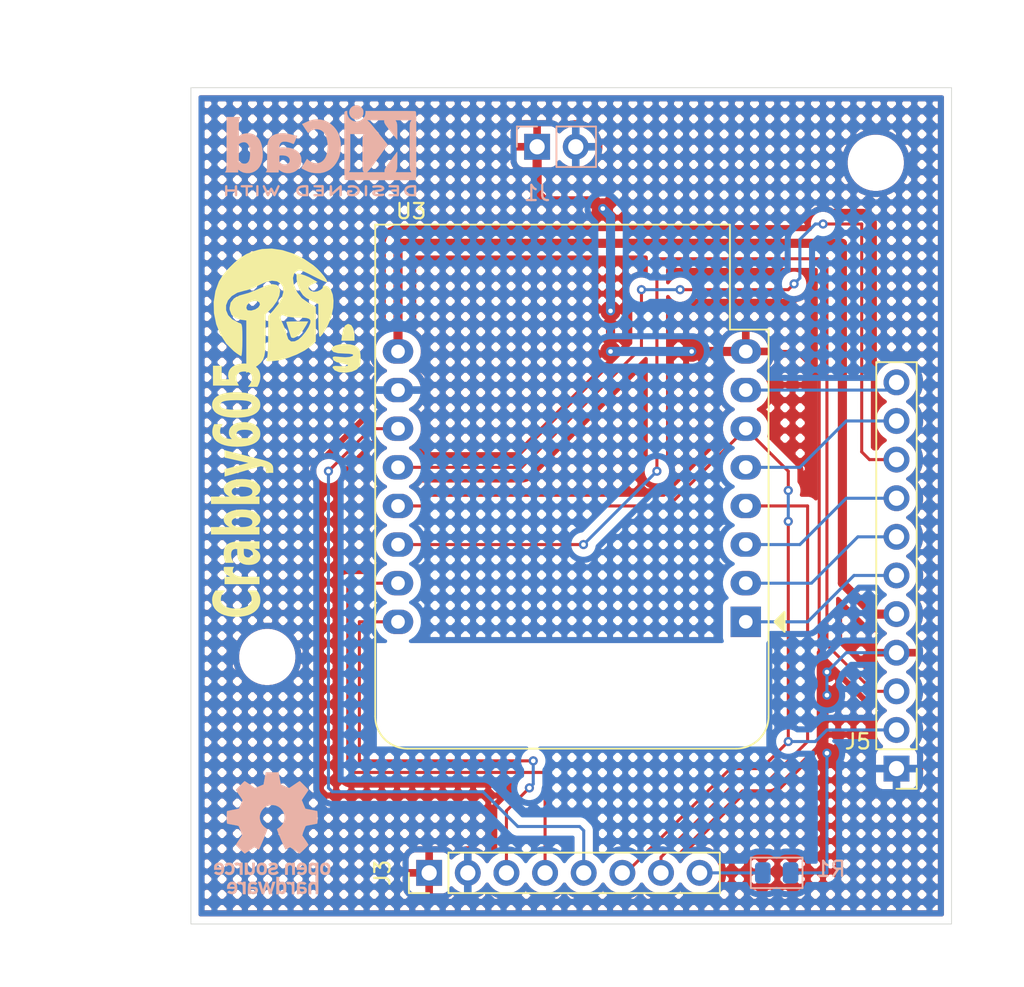
<source format=kicad_pcb>
(kicad_pcb (version 20241129) (generator "pcbnew") (generator_version "8.99")
  (layers (0 "F.Cu" signal) (2 "B.Cu" signal) (13 "F.Paste" user) (15 "B.Paste" user) (5 "F.SilkS" user "F.Silkscreen") (7 "B.SilkS" user "B.Silkscreen") (1 "F.Mask" user) (3 "B.Mask" user) (25 "Edge.Cuts" user))
  (net 0 "")
  (net 1 "GND")
  (net 2 "3.3V")
  (net 3 "SDA")
  (net 4 "Net-(J3-Pin_8)")
  (net 5 "RSTL")
  (net 6 "SCK")
  (net 7 "A0L")
  (net 8 "CS")
  (net 9 "SCL")
  (net 10 "D8WE")
  (net 11 "D6WE")
  (net 12 "A0WE")
  (net 13 "D3WE")
  (net 14 "5V")
  (net 15 "DOWE")
  (net 16 "RSTWE")
  (footprint "RF_Module:WEMOS_D1_mini_light" (layer "F.Cu") (at 156.454 85.188 180)
    (property "Reference" "U3" (at 22 27 0) (layer "F.SilkS"))
    (property "Value" "WEMOS_D1_mini")
    (pad "1" thru_hole rect (at 0 0 180) (size 2 2) (drill 0.9) (layers "*.Cu" "*.Mask") (net 16 "RSTWE"))
    (pad "2" thru_hole oval (at 0 2.54 180) (size 2 1.6) (drill 0.9) (layers "*.Cu" "*.Mask") (net 12 "A0WE"))
    (pad "3" thru_hole oval (at 0 5.08 180) (size 2 1.6) (drill 0.9) (layers "*.Cu" "*.Mask") (net 15 "DOWE"))
    (pad "4" thru_hole oval (at 0 7.62 180) (size 2 1.6) (drill 0.9) (layers "*.Cu" "*.Mask") (net 6 "SCK"))
    (pad "5" thru_hole oval (at 0 10.16 180) (size 2 1.6) (drill 0.9) (layers "*.Cu" "*.Mask") (net 11 "D6WE"))
    (pad "6" thru_hole oval (at 0 12.7 180) (size 2 1.6) (drill 0.9) (layers "*.Cu" "*.Mask") (net 3 "SDA"))
    (pad "7" thru_hole oval (at 0 15.24 180) (size 2 1.6) (drill 0.9) (layers "*.Cu" "*.Mask") (net 10 "D8WE"))
    (pad "8" thru_hole oval (at 0 17.78 180) (size 2 1.6) (drill 0.9) (layers "*.Cu" "*.Mask") (net 2 "3.3V"))
    (pad "9" thru_hole oval (at 22.86 17.78 180) (size 2 1.6) (drill 0.9) (layers "*.Cu" "*.Mask") (net 14 "5V"))
    (pad "10" thru_hole oval (at 22.86 15.24 180) (size 2 1.6) (drill 0.9) (layers "*.Cu" "*.Mask") (net 1 "GND"))
    (pad "11" thru_hole oval (at 22.86 12.7 180) (size 2 1.6) (drill 0.9) (layers "*.Cu" "*.Mask") (net 7 "A0L"))
    (pad "12" thru_hole oval (at 22.86 10.16 180) (size 2 1.6) (drill 0.9) (layers "*.Cu" "*.Mask") (net 13 "D3WE"))
    (pad "13" thru_hole oval (at 22.86 7.62 180) (size 2 1.6) (drill 0.9) (layers "*.Cu" "*.Mask") (net 3 "SDA"))
    (pad "14" thru_hole oval (at 22.86 5.08 180) (size 2 1.6) (drill 0.9) (layers "*.Cu" "*.Mask") (net 9 "SCL"))
    (pad "15" thru_hole oval (at 22.86 2.54 180) (size 2 1.6) (drill 0.9) (layers "*.Cu" "*.Mask") (net 5 "RSTL"))
    (pad "16" thru_hole oval (at 22.86 0 180) (size 2 1.6) (drill 0.9) (layers "*.Cu" "*.Mask") (net 8 "CS"))
    (zone (net 0) (net_name "") (layers "F&B.Cu" "Dwgs.User") (name "No Copper") (connect_pads (clearance 0)) (min_thickness 0.25)
      (keepout (tracks not_allowed) (vias not_allowed) (pads not_allowed) (copperpour not_allowed) (footprints not_allowed))
      (fill (thermal_gap 0.5) (thermal_bridge_width 0.5))
      (polygon (pts (xy 157.804 93.388) (xy 132.204 93.388) (xy 132.204 86.588) (xy 157.804 86.588)))
    )
  )
  (footprint "kicadlogos:peefast" (layer "F.Cu") (at 126.331 64.839)
    (property "Reference" "G***" (hide yes))
    (property "Value" "LOGO" (hide yes))
  )
  (footprint "" (layer "F.Cu") (at 165 55)
    (property "Reference" "" (at 0 0 0) (layer "F.SilkS") (effects (font (size 1.27 1.27))))
    (property "Value" "")
    (pad "" np_thru_hole circle (at 0 0) (size 3.2 3.2) (drill 3.2) (layers "*.Cu" "*.Mask"))
  )
  (footprint "" (layer "F.Cu") (at 125 87.5)
    (property "Reference" "" (at 0 0 0) (layer "F.SilkS") (effects (font (size 1.27 1.27))))
    (property "Value" "")
    (pad "" np_thru_hole circle (at 0 0) (size 3.2 3.2) (drill 3.2) (layers "*.Cu" "*.Mask"))
  )
  (footprint "Connector_PinHeader_2.54mm:PinHeader_1x08_P2.54mm_Vertical" (layer "F.Cu") (at 135.641 101.698 90)
    (property "Reference" "J3" (at 0 -3.063 90) (layer "F.SilkS"))
    (property "Value" "Conn_01x08_Socket")
    (pad "1" thru_hole rect (at 0 0 90) (size 1.7 1.7) (drill 1) (layers "*.Cu" "*.Mask") (net 2 "3.3V"))
    (pad "2" thru_hole oval (at 0 2.54 90) (size 1.7 1.7) (drill 1) (layers "*.Cu" "*.Mask") (net 1 "GND"))
    (pad "3" thru_hole oval (at 0 5.08 90) (size 1.7 1.7) (drill 1) (layers "*.Cu" "*.Mask") (net 8 "CS"))
    (pad "4" thru_hole oval (at 0 7.62 90) (size 1.7 1.7) (drill 1) (layers "*.Cu" "*.Mask") (net 5 "RSTL"))
    (pad "5" thru_hole oval (at 0 10.16 90) (size 1.7 1.7) (drill 1) (layers "*.Cu" "*.Mask") (net 7 "A0L"))
    (pad "6" thru_hole oval (at 0 12.7 90) (size 1.7 1.7) (drill 1) (layers "*.Cu" "*.Mask") (net 3 "SDA"))
    (pad "7" thru_hole oval (at 0 15.24 90) (size 1.7 1.7) (drill 1) (layers "*.Cu" "*.Mask") (net 6 "SCK"))
    (pad "8" thru_hole oval (at 0 17.78 90) (size 1.7 1.7) (drill 1) (layers "*.Cu" "*.Mask") (net 4 "Net-(J3-Pin_8)"))
  )
  (footprint "Connector_PinHeader_2.54mm:PinHeader_1x11_P2.54mm_Vertical" (layer "F.Cu") (at 166.36 94.84 180)
    (property "Reference" "J5" (at 2.54 1.778 0) (layer "F.SilkS"))
    (property "Value" "Conn_01x11_Pin")
    (pad "1" thru_hole rect (at 0 0 180) (size 1.7 1.7) (drill 1) (layers "F&B.Cu" "*.Mask") (net 1 "GND"))
    (pad "2" thru_hole oval (at 0 2.54 180) (size 1.7 1.7) (drill 1) (layers "F&B.Cu" "*.Mask") (net 3 "SDA"))
    (pad "3" thru_hole oval (at 0 5.08 180) (size 1.7 1.7) (drill 1) (layers "F&B.Cu" "*.Mask") (net 9 "SCL"))
    (pad "4" thru_hole oval (at 0 7.62 180) (size 1.7 1.7) (drill 1) (layers "F&B.Cu" "*.Mask") (net 2 "3.3V"))
    (pad "5" thru_hole oval (at 0 10.16 180) (size 1.7 1.7) (drill 1) (layers "F&B.Cu" "*.Mask") (net 14 "5V"))
    (pad "6" thru_hole oval (at 0 12.7 180) (size 1.7 1.7) (drill 1) (layers "F&B.Cu" "*.Mask") (net 16 "RSTWE"))
    (pad "7" thru_hole oval (at 0 15.24 180) (size 1.7 1.7) (drill 1) (layers "F&B.Cu" "*.Mask") (net 12 "A0WE"))
    (pad "8" thru_hole oval (at 0 17.78 180) (size 1.7 1.7) (drill 1) (layers "F&B.Cu" "*.Mask") (net 15 "DOWE"))
    (pad "9" thru_hole oval (at 0 20.32 180) (size 1.7 1.7) (drill 1) (layers "F&B.Cu" "*.Mask") (net 13 "D3WE"))
    (pad "10" thru_hole oval (at 0 22.86 180) (size 1.7 1.7) (drill 1) (layers "F&B.Cu" "*.Mask") (net 11 "D6WE"))
    (pad "11" thru_hole oval (at 0 25.4 180) (size 1.7 1.7) (drill 1) (layers "F&B.Cu" "*.Mask") (net 10 "D8WE"))
  )
  (footprint "Symbol:KiCad-Logo2_5mm_SilkScreen" (layer "B.Cu") (at 128.514 54.2 180)
    (property "Reference" "REF**" (hide yes))
    (property "Value" "KiCad-Logo2_5mm_SilkScreen" (hide yes))
  )
  (footprint "Symbol:OSHW-Logo_7.5x8mm_SilkScreen" (layer "B.Cu") (at 125.331 99.089 180)
    (property "Reference" "REF**" (hide yes))
    (property "Value" "OSHW-Logo_7.5x8mm_SilkScreen" (hide yes))
  )
  (footprint "Connector_PinHeader_2.54mm:PinHeader_1x02_P2.54mm_Vertical" (layer "B.Cu") (at 142.738 53.946 -90)
    (property "Reference" "J1" (at 3.048 0 0) (layer "B.SilkS") (effects (justify mirror)))
    (property "Value" "Conn_01x02" (hide yes))
    (pad "1" thru_hole rect (at 0 0 270) (size 1.7 1.7) (drill 1) (layers "F&B.Cu" "*.Mask") (net 2 "3.3V"))
    (pad "2" thru_hole oval (at 0 -2.54 270) (size 1.7 1.7) (drill 1) (layers "F&B.Cu" "*.Mask") (net 1 "GND"))
  )
  (footprint "PCM_Resistor_SMD_AKL:R_0805_2012Metric" (layer "B.Cu") (at 158.486 101.698 180)
    (property "Reference" "R1" (at -3.556 0.254 0) (layer "B.SilkS") (effects (justify mirror)))
    (property "Value" "10" (hide yes))
    (pad "1" smd roundrect (at -0.9125 0 180) (size 1.025 1.4) (layers "B.Cu" "B.Mask" "B.Paste") (roundrect_rratio 0.243902) (net 2 "3.3V"))
    (pad "2" smd roundrect (at 0.9125 0 180) (size 1.025 1.4) (layers "B.Cu" "B.Mask" "B.Paste") (roundrect_rratio 0.243902) (net 4 "Net-(J3-Pin_8)"))
  )
  (gr_rect (start 119.98 50.06) (end 169.98 105.06) (stroke (width 0.05)) (fill no) (layer "Edge.Cuts"))
  (gr_text "Crabby605" (at 125 85 90) (layer "F.SilkS") (effects (font (size 3 2) (thickness 0.1)) (justify left bottom)))
  (segment (start 161.28 87.982) (end 161.788 88.49) (width 0.2) (layer "F.Cu") (net 2))
  (segment (start 143.246 57.502) (end 142.738 56.994) (width 0.6) (layer "F.Cu") (net 2))
  (segment (start 159.756 67.408) (end 161.28 68.932) (width 0.2) (layer "F.Cu") (net 2))
  (segment (start 156.454 67.408) (end 152.898 67.408) (width 0.6) (layer "F.Cu") (net 2))
  (segment (start 161.28 68.932) (end 161.28 87.982) (width 0.2) (layer "F.Cu") (net 2))
  (segment (start 146.548 57.502) (end 143.246 57.502) (width 0.6) (layer "F.Cu") (net 2))
  (segment (start 147.056 58.01) (end 146.548 57.502) (width 0.6) (layer "F.Cu") (net 2))
  (segment (start 156.454 67.408) (end 159.756 67.408) (width 0.2) (layer "F.Cu") (net 2))
  (segment (start 142.738 56.994) (end 142.738 53.946) (width 0.6) (layer "F.Cu") (net 2))
  (segment (start 161.788 91.284) (end 161.788 90.014) (width 0.2) (layer "F.Cu") (net 2))
  (segment (start 161.788 93.824) (end 161.788 91.284) (width 0.2) (layer "F.Cu") (net 2))
  (segment (start 147.564 67.408) (end 147.564 64.741) (width 0.6) (layer "F.Cu") (net 2))
  (via (at 147.564 64.741) (size 0.6) (drill 0.3) (layers "F.Cu" "B.Cu") (net 2))
  (via (at 161.788 88.49) (size 0.6) (drill 0.3) (layers "F.Cu" "B.Cu") (net 2))
  (via (at 161.788 90.014) (size 0.6) (drill 0.3) (layers "F.Cu" "B.Cu") (net 2))
  (via (at 147.564 67.408) (size 0.6) (drill 0.3) (layers "F.Cu" "B.Cu") (net 2))
  (via (at 161.788 93.824) (size 0.6) (drill 0.3) (layers "F.Cu" "B.Cu") (net 2))
  (via (at 147.056 58.01) (size 0.6) (drill 0.3) (layers "F.Cu" "B.Cu") (net 2))
  (via (at 152.898 67.408) (size 0.6) (drill 0.3) (layers "F.Cu" "B.Cu") (net 2))
  (segment (start 147.564 58.518) (end 147.056 58.01) (width 0.6) (layer "B.Cu") (net 2))
  (segment (start 161.788 101.698) (end 161.788 93.824) (width 0.2) (layer "B.Cu") (net 2))
  (segment (start 163.058 87.22) (end 166.36 87.22) (width 0.2) (layer "B.Cu") (net 2))
  (segment (start 147.564 64.741) (end 147.564 58.518) (width 0.6) (layer "B.Cu") (net 2))
  (segment (start 161.788 90.014) (end 161.788 88.49) (width 0.2) (layer "B.Cu") (net 2))
  (segment (start 161.28 101.698) (end 161.788 101.698) (width 0.2) (layer "B.Cu") (net 2))
  (segment (start 161.788 88.49) (end 163.058 87.22) (width 0.2) (layer "B.Cu") (net 2))
  (segment (start 152.898 67.408) (end 147.564 67.408) (width 0.6) (layer "B.Cu") (net 2))
  (segment (start 159.3985 101.698) (end 161.28 101.698) (width 0.2) (layer "B.Cu") (net 2))
  (segment (start 159.248 93.062) (end 159.248 78.584) (width 0.2) (layer "F.Cu") (net 3))
  (segment (start 159.248 93.062) (end 157.47 94.84) (width 0.2) (layer "F.Cu") (net 3))
  (segment (start 157.47 94.84) (end 155.438 94.84) (width 0.2) (layer "F.Cu") (net 3))
  (segment (start 159.248 75.282) (end 156.454 72.488) (width 0.2) (layer "F.Cu") (net 3))
  (segment (start 159.248 76.552) (end 159.248 75.282) (width 0.2) (layer "F.Cu") (net 3))
  (segment (start 155.438 94.84) (end 148.58 101.698) (width 0.2) (layer "F.Cu") (net 3))
  (segment (start 148.58 101.698) (end 148.341 101.698) (width 0.2) (layer "F.Cu") (net 3))
  (segment (start 151.374 77.568) (end 156.454 72.488) (width 0.2) (layer "F.Cu") (net 3))
  (segment (start 133.594 77.568) (end 151.374 77.568) (width 0.2) (layer "F.Cu") (net 3))
  (via (at 159.248 93.062) (size 0.6) (drill 0.3) (layers "F.Cu" "B.Cu") (net 3))
  (via (at 159.248 78.584) (size 0.6) (drill 0.3) (layers "F.Cu" "B.Cu") (net 3))
  (via (at 159.248 76.552) (size 0.6) (drill 0.3) (layers "F.Cu" "B.Cu") (net 3))
  (segment (start 161.788 92.3) (end 166.36 92.3) (width 0.2) (layer "B.Cu") (net 3))
  (segment (start 159.248 78.584) (end 159.248 76.552) (width 0.2) (layer "B.Cu") (net 3))
  (segment (start 159.248 93.062) (end 161.026 93.062) (width 0.2) (layer "B.Cu") (net 3))
  (segment (start 161.026 93.062) (end 161.788 92.3) (width 0.2) (layer "B.Cu") (net 3))
  (segment (start 157.5735 101.698) (end 153.421 101.698) (width 0.2) (layer "B.Cu") (net 4))
  (segment (start 130.292 82.648) (end 133.594 82.648) (width 0.2) (layer "F.Cu") (net 5))
  (segment (start 143.261 101.698) (end 143.261 95.109) (width 0.2) (layer "F.Cu") (net 5))
  (segment (start 143.246 95.094) (end 130.546 95.094) (width 0.2) (layer "F.Cu") (net 5))
  (segment (start 130.546 95.094) (end 130.292 94.84) (width 0.2) (layer "F.Cu") (net 5))
  (segment (start 143.261 95.109) (end 143.246 95.094) (width 0.2) (layer "F.Cu") (net 5))
  (segment (start 130.292 94.84) (end 130.292 82.648) (width 0.2) (layer "F.Cu") (net 5))
  (segment (start 160.518 77.568) (end 156.454 77.568) (width 0.2) (layer "F.Cu") (net 6))
  (segment (start 160.518 93.062) (end 160.518 77.568) (width 0.2) (layer "F.Cu") (net 6))
  (segment (start 150.881 101.698) (end 150.881 100.667) (width 0.2) (layer "F.Cu") (net 6))
  (segment (start 150.881 100.667) (end 155.946 95.602) (width 0.2) (layer "F.Cu") (net 6))
  (segment (start 155.946 95.602) (end 157.978 95.602) (width 0.2) (layer "F.Cu") (net 6))
  (segment (start 157.978 95.602) (end 160.518 93.062) (width 0.2) (layer "F.Cu") (net 6))
  (segment (start 133.594 72.488) (end 131.816 72.488) (width 0.2) (layer "F.Cu") (net 7))
  (segment (start 131.816 72.488) (end 129.022 75.282) (width 0.2) (layer "F.Cu") (net 7))
  (via (at 129.022 75.282) (size 0.6) (drill 0.3) (layers "F.Cu" "B.Cu") (net 7))
  (segment (start 129.276 96.364) (end 139.182 96.364) (width 0.2) (layer "B.Cu") (net 7))
  (segment (start 145.801 98.919) (end 145.801 101.698) (width 0.2) (layer "B.Cu") (net 7))
  (segment (start 129.022 96.11) (end 129.276 96.364) (width 0.2) (layer "B.Cu") (net 7))
  (segment (start 145.532 98.65) (end 145.801 98.919) (width 0.2) (layer "B.Cu") (net 7))
  (segment (start 141.468 98.65) (end 145.532 98.65) (width 0.2) (layer "B.Cu") (net 7))
  (segment (start 139.182 96.364) (end 141.468 98.65) (width 0.2) (layer "B.Cu") (net 7))
  (segment (start 129.022 75.282) (end 129.022 96.11) (width 0.2) (layer "B.Cu") (net 7))
  (segment (start 131.054 85.188) (end 133.594 85.188) (width 0.2) (layer "F.Cu") (net 8))
  (segment (start 142.23 96.11) (end 140.721 97.619) (width 0.2) (layer "F.Cu") (net 8))
  (segment (start 142.484 94.332) (end 131.054 94.332) (width 0.2) (layer "F.Cu") (net 8))
  (segment (start 140.721 97.619) (end 140.721 101.698) (width 0.2) (layer "F.Cu") (net 8))
  (segment (start 131.054 94.332) (end 131.054 85.188) (width 0.2) (layer "F.Cu") (net 8))
  (via (at 142.484 94.332) (size 0.6) (drill 0.3) (layers "F.Cu" "B.Cu") (net 8))
  (via (at 142.23 96.11) (size 0.6) (drill 0.3) (layers "F.Cu" "B.Cu") (net 8))
  (segment (start 142.484 95.856) (end 142.23 96.11) (width 0.2) (layer "B.Cu") (net 8))
  (segment (start 142.484 94.332) (end 142.484 95.856) (width 0.2) (layer "B.Cu") (net 8))
  (segment (start 150.612 75.282) (end 150.612 61.312) (width 0.2) (layer "F.Cu") (net 9))
  (segment (start 164.836 89.76) (end 166.36 89.76) (width 0.2) (layer "F.Cu") (net 9))
  (segment (start 150.612 61.312) (end 161.788 61.312) (width 0.2) (layer "F.Cu") (net 9))
  (segment (start 161.788 86.712) (end 164.836 89.76) (width 0.2) (layer "F.Cu") (net 9))
  (segment (start 161.788 61.312) (end 161.788 86.712) (width 0.2) (layer "F.Cu") (net 9))
  (segment (start 133.594 80.108) (end 145.786 80.108) (width 0.2) (layer "F.Cu") (net 9))
  (via (at 150.612 75.282) (size 0.6) (drill 0.3) (layers "F.Cu" "B.Cu") (net 9))
  (via (at 145.786 80.108) (size 0.6) (drill 0.3) (layers "F.Cu" "B.Cu") (net 9))
  (segment (start 145.786 80.108) (end 150.612 75.282) (width 0.2) (layer "B.Cu") (net 9))
  (segment (start 165.852 69.948) (end 166.36 69.44) (width 0.2) (layer "B.Cu") (net 10))
  (segment (start 156.454 69.948) (end 165.852 69.948) (width 0.2) (layer "B.Cu") (net 10))
  (segment (start 163.058 71.98) (end 166.36 71.98) (width 0.2) (layer "B.Cu") (net 11))
  (segment (start 160.01 75.028) (end 163.058 71.98) (width 0.2) (layer "B.Cu") (net 11))
  (segment (start 156.454 75.028) (end 160.01 75.028) (width 0.2) (layer "B.Cu") (net 11))
  (segment (start 160.772 82.648) (end 156.454 82.648) (width 0.2) (layer "B.Cu") (net 12))
  (segment (start 166.36 79.6) (end 163.82 79.6) (width 0.2) (layer "B.Cu") (net 12))
  (segment (start 163.82 79.6) (end 160.772 82.648) (width 0.2) (layer "B.Cu") (net 12))
  (segment (start 149.596 63.344) (end 149.596 67.154) (width 0.2) (layer "F.Cu") (net 13))
  (segment (start 141.722 75.028) (end 133.594 75.028) (width 0.2) (layer "F.Cu") (net 13))
  (segment (start 161.534 59.026) (end 164.074 59.026) (width 0.2) (layer "F.Cu") (net 13))
  (segment (start 149.596 67.154) (end 141.722 75.028) (width 0.2) (layer "F.Cu") (net 13))
  (segment (start 159.248 63.344) (end 152.136 63.344) (width 0.2) (layer "F.Cu") (net 13))
  (segment (start 159.629 62.963) (end 159.248 63.344) (width 0.2) (layer "F.Cu") (net 13))
  (segment (start 164.074 74.012) (end 164.582 74.52) (width 0.2) (layer "F.Cu") (net 13))
  (segment (start 164.074 59.026) (end 164.074 74.012) (width 0.2) (layer "F.Cu") (net 13))
  (segment (start 164.582 74.52) (end 166.36 74.52) (width 0.2) (layer "F.Cu") (net 13))
  (via (at 159.629 62.963) (size 0.6) (drill 0.3) (layers "F.Cu" "B.Cu") (net 13))
  (via (at 149.596 63.344) (size 0.6) (drill 0.3) (layers "F.Cu" "B.Cu") (net 13))
  (via (at 161.534 59.026) (size 0.6) (drill 0.3) (layers "F.Cu" "B.Cu") (net 13))
  (via (at 152.136 63.344) (size 0.6) (drill 0.3) (layers "F.Cu" "B.Cu") (net 13))
  (segment (start 160.01 62.582) (end 159.629 62.963) (width 0.2) (layer "B.Cu") (net 13))
  (segment (start 152.136 63.344) (end 149.596 63.344) (width 0.2) (layer "B.Cu") (net 13))
  (segment (start 161.026 59.026) (end 160.01 60.042) (width 0.2) (layer "B.Cu") (net 13))
  (segment (start 160.01 60.042) (end 160.01 62.582) (width 0.2) (layer "B.Cu") (net 13))
  (segment (start 161.534 59.026) (end 161.026 59.026) (width 0.2) (layer "B.Cu") (net 13))
  (segment (start 162.804 60.296) (end 162.804 82.648) (width 0.6) (layer "F.Cu") (net 14))
  (segment (start 164.836 84.68) (end 166.36 84.68) (width 0.6) (layer "F.Cu") (net 14))
  (segment (start 133.594 60.296) (end 162.804 60.296) (width 0.6) (layer "F.Cu") (net 14))
  (segment (start 162.804 82.648) (end 164.836 84.68) (width 0.6) (layer "F.Cu") (net 14))
  (segment (start 133.594 67.408) (end 133.594 60.296) (width 0.6) (layer "F.Cu") (net 14))
  (segment (start 160.01 80.108) (end 163.058 77.06) (width 0.2) (layer "B.Cu") (net 15))
  (segment (start 156.454 80.108) (end 160.01 80.108) (width 0.2) (layer "B.Cu") (net 15))
  (segment (start 163.058 77.06) (end 166.36 77.06) (width 0.2) (layer "B.Cu") (net 15))
  (segment (start 156.454 85.188) (end 160.518 85.188) (width 0.2) (layer "B.Cu") (net 16))
  (segment (start 163.566 82.14) (end 166.36 82.14) (width 0.2) (layer "B.Cu") (net 16))
  (segment (start 160.518 85.188) (end 163.566 82.14) (width 0.2) (layer "B.Cu") (net 16))
  (zone (net 2) (net_name "3.3V") (layer "F.Cu") (connect_pads (clearance 0.5)) (min_thickness 0.25) (fill yes (mode hatch) (thermal_gap 0.5) (thermal_bridge_width 0.5) (hatch_thickness 0.4) (hatch_gap 0.6) (hatch_orientation 0) (hatch_smoothing_level 1) (hatch_smoothing_value 0.7) (hatch_border_algorithm hatch_thickness) (hatch_min_hole_area 0.3))
    (polygon (pts (xy 174.742 44.548) (xy 174.742 106.778) (xy 107.432 106.778) (xy 107.432 44.294)))
  )
  (zone (net 1) (net_name "GND") (layer "B.Cu") (priority 1) (connect_pads (clearance 0.5)) (min_thickness 0.25) (fill yes (mode hatch) (thermal_gap 0.5) (thermal_bridge_width 0.5) (hatch_thickness 0.4) (hatch_gap 0.6) (hatch_orientation 0) (hatch_smoothing_level 1) (hatch_smoothing_value 0.7) (hatch_border_algorithm hatch_thickness) (hatch_min_hole_area 0.3))
    (polygon (pts (xy 108.956 46.58) (xy 170.932 46.58) (xy 170.805 107.921) (xy 108.956 108.048)))
  )
)
</source>
